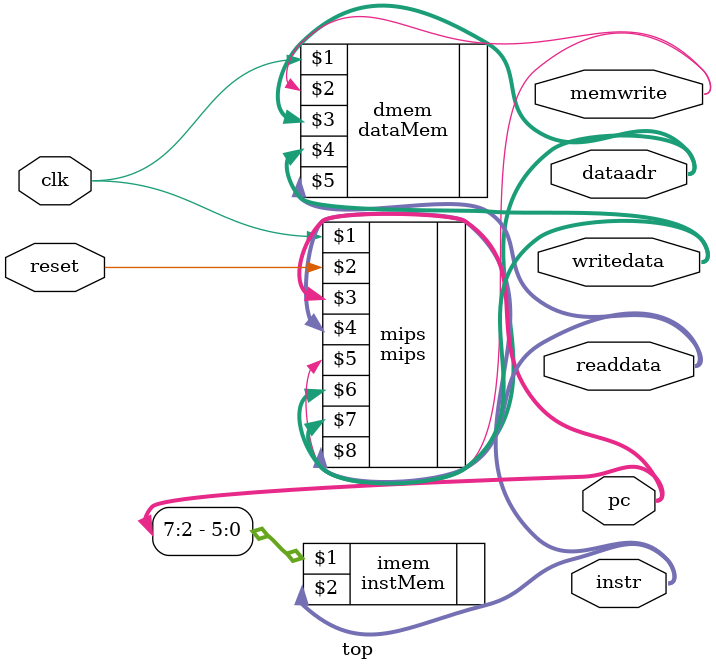
<source format=v>
`timescale 1ns / 1ps


module top(
    input clk, reset, 
    output [31:0] writedata, dataadr,
    output memwrite,
    output [31:0] pc, instr, readdata
    );
    
    //wire  [31:0] pc, instr, readdata;
    
    //instantiate processor and memories
    mips mips(clk, reset, pc, instr, memwrite, dataadr, writedata, readdata);
    
    instMem imem(pc[7:2], instr);
    dataMem dmem(clk, memwrite, dataadr, writedata, readdata);
endmodule

</source>
